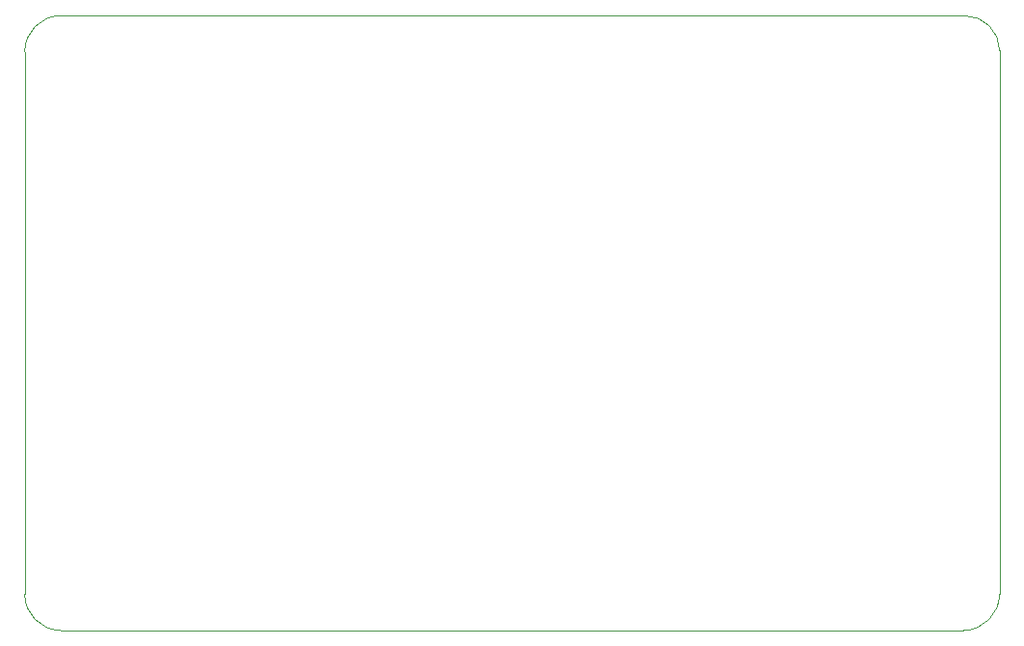
<source format=gm1>
G04 #@! TF.GenerationSoftware,KiCad,Pcbnew,7.0.9*
G04 #@! TF.CreationDate,2024-12-23T13:01:37-05:00*
G04 #@! TF.ProjectId,ramn,72616d6e-2e6b-4696-9361-645f70636258,rev?*
G04 #@! TF.SameCoordinates,Original*
G04 #@! TF.FileFunction,Profile,NP*
%FSLAX46Y46*%
G04 Gerber Fmt 4.6, Leading zero omitted, Abs format (unit mm)*
G04 Created by KiCad (PCBNEW 7.0.9) date 2024-12-23 13:01:37*
%MOMM*%
%LPD*%
G01*
G04 APERTURE LIST*
G04 #@! TA.AperFunction,Profile*
%ADD10C,0.050000*%
G04 #@! TD*
G04 APERTURE END LIST*
D10*
X126240000Y-46230000D02*
G75*
G03*
X123190000Y-43180000I-3050000J0D01*
G01*
X40640000Y-93980000D02*
G75*
G03*
X43815000Y-97155000I3175000J0D01*
G01*
X43815000Y-43180000D02*
G75*
G03*
X40640000Y-46355000I0J-3175000D01*
G01*
X123065000Y-97155000D02*
G75*
G03*
X126240000Y-93980000I0J3175000D01*
G01*
X126240000Y-46230000D02*
X126240000Y-93980000D01*
X40640000Y-46355000D02*
X40640000Y-93980000D01*
X43815000Y-97155000D02*
X123065000Y-97155000D01*
X43815000Y-43180000D02*
X123190000Y-43180000D01*
M02*

</source>
